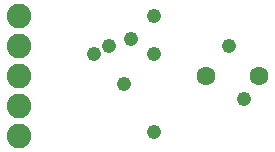
<source format=gbs>
G75*
G70*
%OFA0B0*%
%FSLAX24Y24*%
%IPPOS*%
%LPD*%
%AMOC8*
5,1,8,0,0,1.08239X$1,22.5*
%
%ADD10C,0.0631*%
%ADD11C,0.0820*%
%ADD12C,0.0476*%
D10*
X006908Y002750D03*
X008680Y002750D03*
D11*
X000680Y000750D03*
X000680Y001750D03*
X000680Y002750D03*
X000680Y003750D03*
X000680Y004750D03*
D12*
X003180Y003500D03*
X003680Y003750D03*
X004430Y004000D03*
X005180Y003500D03*
X004180Y002500D03*
X005180Y000900D03*
X008180Y002000D03*
X007680Y003750D03*
X005180Y004750D03*
M02*

</source>
